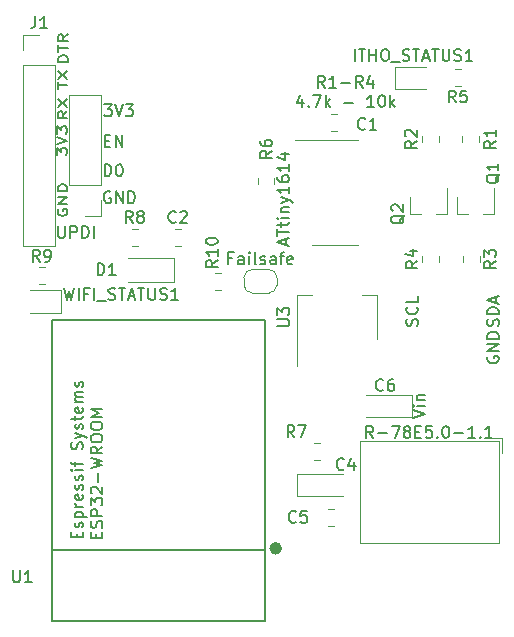
<source format=gto>
G04 #@! TF.GenerationSoftware,KiCad,Pcbnew,(5.1.5-0-10_14)*
G04 #@! TF.CreationDate,2020-12-13T17:31:02+01:00*
G04 #@! TF.ProjectId,ithowifi,6974686f-7769-4666-992e-6b696361645f,rev?*
G04 #@! TF.SameCoordinates,Original*
G04 #@! TF.FileFunction,Legend,Top*
G04 #@! TF.FilePolarity,Positive*
%FSLAX46Y46*%
G04 Gerber Fmt 4.6, Leading zero omitted, Abs format (unit mm)*
G04 Created by KiCad (PCBNEW (5.1.5-0-10_14)) date 2020-12-13 17:31:02*
%MOMM*%
%LPD*%
G04 APERTURE LIST*
%ADD10C,0.150000*%
%ADD11C,0.120000*%
%ADD12C,0.500000*%
G04 APERTURE END LIST*
D10*
X87331600Y-121259504D02*
X87293504Y-121354742D01*
X87293504Y-121497600D01*
X87331600Y-121640457D01*
X87407790Y-121735695D01*
X87483980Y-121783314D01*
X87636361Y-121830933D01*
X87750647Y-121830933D01*
X87903028Y-121783314D01*
X87979219Y-121735695D01*
X88055409Y-121640457D01*
X88093504Y-121497600D01*
X88093504Y-121402361D01*
X88055409Y-121259504D01*
X88017314Y-121211885D01*
X87750647Y-121211885D01*
X87750647Y-121402361D01*
X88093504Y-120783314D02*
X87293504Y-120783314D01*
X88093504Y-120211885D01*
X87293504Y-120211885D01*
X88093504Y-119735695D02*
X87293504Y-119735695D01*
X87293504Y-119497600D01*
X87331600Y-119354742D01*
X87407790Y-119259504D01*
X87483980Y-119211885D01*
X87636361Y-119164266D01*
X87750647Y-119164266D01*
X87903028Y-119211885D01*
X87979219Y-119259504D01*
X88055409Y-119354742D01*
X88093504Y-119497600D01*
X88093504Y-119735695D01*
X87268104Y-116681095D02*
X87268104Y-116062047D01*
X87572866Y-116395380D01*
X87572866Y-116252523D01*
X87610961Y-116157285D01*
X87649057Y-116109666D01*
X87725247Y-116062047D01*
X87915723Y-116062047D01*
X87991914Y-116109666D01*
X88030009Y-116157285D01*
X88068104Y-116252523D01*
X88068104Y-116538238D01*
X88030009Y-116633476D01*
X87991914Y-116681095D01*
X87268104Y-115776333D02*
X88068104Y-115443000D01*
X87268104Y-115109666D01*
X87268104Y-114871571D02*
X87268104Y-114252523D01*
X87572866Y-114585857D01*
X87572866Y-114443000D01*
X87610961Y-114347761D01*
X87649057Y-114300142D01*
X87725247Y-114252523D01*
X87915723Y-114252523D01*
X87991914Y-114300142D01*
X88030009Y-114347761D01*
X88068104Y-114443000D01*
X88068104Y-114728714D01*
X88030009Y-114823952D01*
X87991914Y-114871571D01*
X91744895Y-119794400D02*
X91649657Y-119746780D01*
X91506800Y-119746780D01*
X91363942Y-119794400D01*
X91268704Y-119889638D01*
X91221085Y-119984876D01*
X91173466Y-120175352D01*
X91173466Y-120318209D01*
X91221085Y-120508685D01*
X91268704Y-120603923D01*
X91363942Y-120699161D01*
X91506800Y-120746780D01*
X91602038Y-120746780D01*
X91744895Y-120699161D01*
X91792514Y-120651542D01*
X91792514Y-120318209D01*
X91602038Y-120318209D01*
X92221085Y-120746780D02*
X92221085Y-119746780D01*
X92792514Y-120746780D01*
X92792514Y-119746780D01*
X93268704Y-120746780D02*
X93268704Y-119746780D01*
X93506800Y-119746780D01*
X93649657Y-119794400D01*
X93744895Y-119889638D01*
X93792514Y-119984876D01*
X93840133Y-120175352D01*
X93840133Y-120318209D01*
X93792514Y-120508685D01*
X93744895Y-120603923D01*
X93649657Y-120699161D01*
X93506800Y-120746780D01*
X93268704Y-120746780D01*
X91260704Y-118460780D02*
X91260704Y-117460780D01*
X91498800Y-117460780D01*
X91641657Y-117508400D01*
X91736895Y-117603638D01*
X91784514Y-117698876D01*
X91832133Y-117889352D01*
X91832133Y-118032209D01*
X91784514Y-118222685D01*
X91736895Y-118317923D01*
X91641657Y-118413161D01*
X91498800Y-118460780D01*
X91260704Y-118460780D01*
X92451180Y-117460780D02*
X92546419Y-117460780D01*
X92641657Y-117508400D01*
X92689276Y-117556019D01*
X92736895Y-117651257D01*
X92784514Y-117841733D01*
X92784514Y-118079828D01*
X92736895Y-118270304D01*
X92689276Y-118365542D01*
X92641657Y-118413161D01*
X92546419Y-118460780D01*
X92451180Y-118460780D01*
X92355942Y-118413161D01*
X92308323Y-118365542D01*
X92260704Y-118270304D01*
X92213085Y-118079828D01*
X92213085Y-117841733D01*
X92260704Y-117651257D01*
X92308323Y-117556019D01*
X92355942Y-117508400D01*
X92451180Y-117460780D01*
X91286104Y-115447771D02*
X91619438Y-115447771D01*
X91762295Y-115971580D02*
X91286104Y-115971580D01*
X91286104Y-114971580D01*
X91762295Y-114971580D01*
X92190866Y-115971580D02*
X92190866Y-114971580D01*
X92762295Y-115971580D01*
X92762295Y-114971580D01*
X91243304Y-112380780D02*
X91862352Y-112380780D01*
X91529019Y-112761733D01*
X91671876Y-112761733D01*
X91767114Y-112809352D01*
X91814733Y-112856971D01*
X91862352Y-112952209D01*
X91862352Y-113190304D01*
X91814733Y-113285542D01*
X91767114Y-113333161D01*
X91671876Y-113380780D01*
X91386161Y-113380780D01*
X91290923Y-113333161D01*
X91243304Y-113285542D01*
X92148066Y-112380780D02*
X92481400Y-113380780D01*
X92814733Y-112380780D01*
X93052828Y-112380780D02*
X93671876Y-112380780D01*
X93338542Y-112761733D01*
X93481400Y-112761733D01*
X93576638Y-112809352D01*
X93624257Y-112856971D01*
X93671876Y-112952209D01*
X93671876Y-113190304D01*
X93624257Y-113285542D01*
X93576638Y-113333161D01*
X93481400Y-113380780D01*
X93195685Y-113380780D01*
X93100447Y-113333161D01*
X93052828Y-113285542D01*
X87325390Y-122693180D02*
X87325390Y-123502704D01*
X87373009Y-123597942D01*
X87420628Y-123645561D01*
X87515866Y-123693180D01*
X87706342Y-123693180D01*
X87801580Y-123645561D01*
X87849200Y-123597942D01*
X87896819Y-123502704D01*
X87896819Y-122693180D01*
X88373009Y-123693180D02*
X88373009Y-122693180D01*
X88753961Y-122693180D01*
X88849200Y-122740800D01*
X88896819Y-122788419D01*
X88944438Y-122883657D01*
X88944438Y-123026514D01*
X88896819Y-123121752D01*
X88849200Y-123169371D01*
X88753961Y-123216990D01*
X88373009Y-123216990D01*
X89373009Y-123693180D02*
X89373009Y-122693180D01*
X89611104Y-122693180D01*
X89753961Y-122740800D01*
X89849200Y-122836038D01*
X89896819Y-122931276D01*
X89944438Y-123121752D01*
X89944438Y-123264609D01*
X89896819Y-123455085D01*
X89849200Y-123550323D01*
X89753961Y-123645561D01*
X89611104Y-123693180D01*
X89373009Y-123693180D01*
X90373009Y-123693180D02*
X90373009Y-122693180D01*
X88093504Y-112968066D02*
X87712552Y-113301400D01*
X88093504Y-113539495D02*
X87293504Y-113539495D01*
X87293504Y-113158542D01*
X87331600Y-113063304D01*
X87369695Y-113015685D01*
X87445885Y-112968066D01*
X87560171Y-112968066D01*
X87636361Y-113015685D01*
X87674457Y-113063304D01*
X87712552Y-113158542D01*
X87712552Y-113539495D01*
X87293504Y-112634733D02*
X88093504Y-111968066D01*
X87293504Y-111968066D02*
X88093504Y-112634733D01*
X87318904Y-111048704D02*
X87318904Y-110477276D01*
X88118904Y-110762990D02*
X87318904Y-110762990D01*
X87318904Y-110239180D02*
X88118904Y-109572514D01*
X87318904Y-109572514D02*
X88118904Y-110239180D01*
X88144304Y-108788057D02*
X87344304Y-108788057D01*
X87344304Y-108549961D01*
X87382400Y-108407104D01*
X87458590Y-108311866D01*
X87534780Y-108264247D01*
X87687161Y-108216628D01*
X87801447Y-108216628D01*
X87953828Y-108264247D01*
X88030019Y-108311866D01*
X88106209Y-108407104D01*
X88144304Y-108549961D01*
X88144304Y-108788057D01*
X87344304Y-107930914D02*
X87344304Y-107359485D01*
X88144304Y-107645200D02*
X87344304Y-107645200D01*
X88144304Y-106454723D02*
X87763352Y-106788057D01*
X88144304Y-107026152D02*
X87344304Y-107026152D01*
X87344304Y-106645200D01*
X87382400Y-106549961D01*
X87420495Y-106502342D01*
X87496685Y-106454723D01*
X87610971Y-106454723D01*
X87687161Y-106502342D01*
X87725257Y-106549961D01*
X87763352Y-106645200D01*
X87763352Y-107026152D01*
X109921895Y-110955580D02*
X109588561Y-110479390D01*
X109350466Y-110955580D02*
X109350466Y-109955580D01*
X109731419Y-109955580D01*
X109826657Y-110003200D01*
X109874276Y-110050819D01*
X109921895Y-110146057D01*
X109921895Y-110288914D01*
X109874276Y-110384152D01*
X109826657Y-110431771D01*
X109731419Y-110479390D01*
X109350466Y-110479390D01*
X110874276Y-110955580D02*
X110302847Y-110955580D01*
X110588561Y-110955580D02*
X110588561Y-109955580D01*
X110493323Y-110098438D01*
X110398085Y-110193676D01*
X110302847Y-110241295D01*
X111302847Y-110574628D02*
X112064752Y-110574628D01*
X113112371Y-110955580D02*
X112779038Y-110479390D01*
X112540942Y-110955580D02*
X112540942Y-109955580D01*
X112921895Y-109955580D01*
X113017133Y-110003200D01*
X113064752Y-110050819D01*
X113112371Y-110146057D01*
X113112371Y-110288914D01*
X113064752Y-110384152D01*
X113017133Y-110431771D01*
X112921895Y-110479390D01*
X112540942Y-110479390D01*
X113969514Y-110288914D02*
X113969514Y-110955580D01*
X113731419Y-109907961D02*
X113493323Y-110622247D01*
X114112371Y-110622247D01*
X108017133Y-111938914D02*
X108017133Y-112605580D01*
X107779038Y-111557961D02*
X107540942Y-112272247D01*
X108159990Y-112272247D01*
X108540942Y-112510342D02*
X108588561Y-112557961D01*
X108540942Y-112605580D01*
X108493323Y-112557961D01*
X108540942Y-112510342D01*
X108540942Y-112605580D01*
X108921895Y-111605580D02*
X109588561Y-111605580D01*
X109159990Y-112605580D01*
X109969514Y-112605580D02*
X109969514Y-111605580D01*
X110064752Y-112224628D02*
X110350466Y-112605580D01*
X110350466Y-111938914D02*
X109969514Y-112319866D01*
X111540942Y-112224628D02*
X112302847Y-112224628D01*
X114064752Y-112605580D02*
X113493323Y-112605580D01*
X113779038Y-112605580D02*
X113779038Y-111605580D01*
X113683800Y-111748438D01*
X113588561Y-111843676D01*
X113493323Y-111891295D01*
X114683800Y-111605580D02*
X114779038Y-111605580D01*
X114874276Y-111653200D01*
X114921895Y-111700819D01*
X114969514Y-111796057D01*
X115017133Y-111986533D01*
X115017133Y-112224628D01*
X114969514Y-112415104D01*
X114921895Y-112510342D01*
X114874276Y-112557961D01*
X114779038Y-112605580D01*
X114683800Y-112605580D01*
X114588561Y-112557961D01*
X114540942Y-112510342D01*
X114493323Y-112415104D01*
X114445704Y-112224628D01*
X114445704Y-111986533D01*
X114493323Y-111796057D01*
X114540942Y-111700819D01*
X114588561Y-111653200D01*
X114683800Y-111605580D01*
X115445704Y-112605580D02*
X115445704Y-111605580D01*
X115540942Y-112224628D02*
X115826657Y-112605580D01*
X115826657Y-111938914D02*
X115445704Y-112319866D01*
X117359180Y-138920409D02*
X118359180Y-138587076D01*
X117359180Y-138253742D01*
X118359180Y-137920409D02*
X117692514Y-137920409D01*
X117359180Y-137920409D02*
X117406800Y-137968028D01*
X117454419Y-137920409D01*
X117406800Y-137872790D01*
X117359180Y-137920409D01*
X117454419Y-137920409D01*
X117692514Y-137444219D02*
X118359180Y-137444219D01*
X117787752Y-137444219D02*
X117740133Y-137396600D01*
X117692514Y-137301361D01*
X117692514Y-137158504D01*
X117740133Y-137063266D01*
X117835371Y-137015647D01*
X118359180Y-137015647D01*
X123706000Y-133730904D02*
X123658380Y-133826142D01*
X123658380Y-133969000D01*
X123706000Y-134111857D01*
X123801238Y-134207095D01*
X123896476Y-134254714D01*
X124086952Y-134302333D01*
X124229809Y-134302333D01*
X124420285Y-134254714D01*
X124515523Y-134207095D01*
X124610761Y-134111857D01*
X124658380Y-133969000D01*
X124658380Y-133873761D01*
X124610761Y-133730904D01*
X124563142Y-133683285D01*
X124229809Y-133683285D01*
X124229809Y-133873761D01*
X124658380Y-133254714D02*
X123658380Y-133254714D01*
X124658380Y-132683285D01*
X123658380Y-132683285D01*
X124658380Y-132207095D02*
X123658380Y-132207095D01*
X123658380Y-131969000D01*
X123706000Y-131826142D01*
X123801238Y-131730904D01*
X123896476Y-131683285D01*
X124086952Y-131635666D01*
X124229809Y-131635666D01*
X124420285Y-131683285D01*
X124515523Y-131730904D01*
X124610761Y-131826142D01*
X124658380Y-131969000D01*
X124658380Y-132207095D01*
X117752761Y-131111476D02*
X117800380Y-130968619D01*
X117800380Y-130730523D01*
X117752761Y-130635285D01*
X117705142Y-130587666D01*
X117609904Y-130540047D01*
X117514666Y-130540047D01*
X117419428Y-130587666D01*
X117371809Y-130635285D01*
X117324190Y-130730523D01*
X117276571Y-130921000D01*
X117228952Y-131016238D01*
X117181333Y-131063857D01*
X117086095Y-131111476D01*
X116990857Y-131111476D01*
X116895619Y-131063857D01*
X116848000Y-131016238D01*
X116800380Y-130921000D01*
X116800380Y-130682904D01*
X116848000Y-130540047D01*
X117705142Y-129540047D02*
X117752761Y-129587666D01*
X117800380Y-129730523D01*
X117800380Y-129825761D01*
X117752761Y-129968619D01*
X117657523Y-130063857D01*
X117562285Y-130111476D01*
X117371809Y-130159095D01*
X117228952Y-130159095D01*
X117038476Y-130111476D01*
X116943238Y-130063857D01*
X116848000Y-129968619D01*
X116800380Y-129825761D01*
X116800380Y-129730523D01*
X116848000Y-129587666D01*
X116895619Y-129540047D01*
X117800380Y-128635285D02*
X117800380Y-129111476D01*
X116800380Y-129111476D01*
X124610761Y-131135285D02*
X124658380Y-130992428D01*
X124658380Y-130754333D01*
X124610761Y-130659095D01*
X124563142Y-130611476D01*
X124467904Y-130563857D01*
X124372666Y-130563857D01*
X124277428Y-130611476D01*
X124229809Y-130659095D01*
X124182190Y-130754333D01*
X124134571Y-130944809D01*
X124086952Y-131040047D01*
X124039333Y-131087666D01*
X123944095Y-131135285D01*
X123848857Y-131135285D01*
X123753619Y-131087666D01*
X123706000Y-131040047D01*
X123658380Y-130944809D01*
X123658380Y-130706714D01*
X123706000Y-130563857D01*
X124658380Y-130135285D02*
X123658380Y-130135285D01*
X123658380Y-129897190D01*
X123706000Y-129754333D01*
X123801238Y-129659095D01*
X123896476Y-129611476D01*
X124086952Y-129563857D01*
X124229809Y-129563857D01*
X124420285Y-129611476D01*
X124515523Y-129659095D01*
X124610761Y-129754333D01*
X124658380Y-129897190D01*
X124658380Y-130135285D01*
X124372666Y-129182904D02*
X124372666Y-128706714D01*
X124658380Y-129278142D02*
X123658380Y-128944809D01*
X124658380Y-128611476D01*
D11*
X90941200Y-121827600D02*
X89611200Y-121827600D01*
X90941200Y-120497600D02*
X90941200Y-121827600D01*
X90941200Y-119227600D02*
X88281200Y-119227600D01*
X88281200Y-119227600D02*
X88281200Y-111547600D01*
X90941200Y-119227600D02*
X90941200Y-111547600D01*
X90941200Y-111547600D02*
X88281200Y-111547600D01*
X105155200Y-128355600D02*
X103755200Y-128355600D01*
X103055200Y-127655600D02*
X103055200Y-127055600D01*
X103755200Y-126355600D02*
X105155200Y-126355600D01*
X105855200Y-127055600D02*
X105855200Y-127655600D01*
X105855200Y-127655600D02*
G75*
G02X105155200Y-128355600I-700000J0D01*
G01*
X105155200Y-126355600D02*
G75*
G02X105855200Y-127055600I0J-700000D01*
G01*
X103055200Y-127055600D02*
G75*
G02X103755200Y-126355600I700000J0D01*
G01*
X103755200Y-128355600D02*
G75*
G02X103055200Y-127655600I0J700000D01*
G01*
X100607122Y-128065600D02*
X101124278Y-128065600D01*
X100607122Y-126645600D02*
X101124278Y-126645600D01*
X117318200Y-136961600D02*
X113408200Y-136961600D01*
X117318200Y-138831600D02*
X117318200Y-136961600D01*
X113408200Y-138831600D02*
X117318200Y-138831600D01*
X107570400Y-145511800D02*
X111480400Y-145511800D01*
X107570400Y-143641800D02*
X107570400Y-145511800D01*
X111480400Y-143641800D02*
X107570400Y-143641800D01*
X87610900Y-128122800D02*
X84925900Y-128122800D01*
X87610900Y-130042800D02*
X87610900Y-128122800D01*
X84925900Y-130042800D02*
X87610900Y-130042800D01*
X86184478Y-126137600D02*
X85667322Y-126137600D01*
X86184478Y-127557600D02*
X85667322Y-127557600D01*
X107537200Y-134503600D02*
X107537200Y-128493600D01*
X114357200Y-132253600D02*
X114357200Y-128493600D01*
X107537200Y-128493600D02*
X108797200Y-128493600D01*
X114357200Y-128493600D02*
X113097200Y-128493600D01*
D12*
X106028981Y-149973200D02*
G75*
G03X106028981Y-149973200I-283981J0D01*
G01*
D10*
X86839000Y-150119200D02*
X104839000Y-150119200D01*
X104839000Y-156119200D02*
X104839000Y-130619200D01*
X86839000Y-156119200D02*
X86839000Y-130619200D01*
X86839000Y-130619200D02*
X104839000Y-130619200D01*
X86839000Y-156119200D02*
X104839000Y-156119200D01*
D11*
X93541322Y-124331800D02*
X94058478Y-124331800D01*
X93541322Y-122911800D02*
X94058478Y-122911800D01*
X109012222Y-142467400D02*
X109529378Y-142467400D01*
X109012222Y-141047400D02*
X109529378Y-141047400D01*
X84395000Y-106467600D02*
X85725000Y-106467600D01*
X84395000Y-107797600D02*
X84395000Y-106467600D01*
X84395000Y-109067600D02*
X87055000Y-109067600D01*
X87055000Y-109067600D02*
X87055000Y-124367600D01*
X84395000Y-109067600D02*
X84395000Y-124367600D01*
X84395000Y-124367600D02*
X87055000Y-124367600D01*
X97120000Y-127415800D02*
X93220000Y-127415800D01*
X97120000Y-125415800D02*
X93220000Y-125415800D01*
X97120000Y-127415800D02*
X97120000Y-125415800D01*
X110178322Y-148080800D02*
X110695478Y-148080800D01*
X110178322Y-146660800D02*
X110695478Y-146660800D01*
X97716078Y-122911800D02*
X97198922Y-122911800D01*
X97716078Y-124331800D02*
X97198922Y-124331800D01*
X115815400Y-111119800D02*
X118500400Y-111119800D01*
X115815400Y-109199800D02*
X115815400Y-111119800D01*
X118500400Y-109199800D02*
X115815400Y-109199800D01*
X104217400Y-119153678D02*
X104217400Y-118636522D01*
X105637400Y-119153678D02*
X105637400Y-118636522D01*
X121416578Y-109399000D02*
X120899422Y-109399000D01*
X121416578Y-110819000D02*
X120899422Y-110819000D01*
X118162000Y-125217422D02*
X118162000Y-125734578D01*
X119582000Y-125217422D02*
X119582000Y-125734578D01*
X121591000Y-125217422D02*
X121591000Y-125734578D01*
X123011000Y-125217422D02*
X123011000Y-125734578D01*
X119582000Y-115571578D02*
X119582000Y-115054422D01*
X118162000Y-115571578D02*
X118162000Y-115054422D01*
X121565600Y-115054422D02*
X121565600Y-115571578D01*
X122985600Y-115054422D02*
X122985600Y-115571578D01*
X110462322Y-113234400D02*
X110979478Y-113234400D01*
X110462322Y-114654400D02*
X110979478Y-114654400D01*
X117104000Y-121664000D02*
X117104000Y-120204000D01*
X120264000Y-121664000D02*
X120264000Y-119504000D01*
X120264000Y-121664000D02*
X119334000Y-121664000D01*
X117104000Y-121664000D02*
X118034000Y-121664000D01*
X121102000Y-121664000D02*
X121102000Y-120204000D01*
X124262000Y-121664000D02*
X124262000Y-119504000D01*
X124262000Y-121664000D02*
X123332000Y-121664000D01*
X121102000Y-121664000D02*
X122032000Y-121664000D01*
X110809000Y-124297600D02*
X112759000Y-124297600D01*
X110809000Y-124297600D02*
X108859000Y-124297600D01*
X110809000Y-115427600D02*
X112759000Y-115427600D01*
X110809000Y-115427600D02*
X107359000Y-115427600D01*
X124870600Y-140651200D02*
X123630600Y-140651200D01*
X124870600Y-141891200D02*
X124870600Y-140651200D01*
X112909600Y-149511200D02*
X112909600Y-140891200D01*
X124630600Y-149511200D02*
X124630600Y-140891200D01*
X124630600Y-140891200D02*
X112909600Y-140891200D01*
X124630600Y-149511200D02*
X112909600Y-149511200D01*
D10*
X102074247Y-125384171D02*
X101740914Y-125384171D01*
X101740914Y-125907980D02*
X101740914Y-124907980D01*
X102217104Y-124907980D01*
X103026628Y-125907980D02*
X103026628Y-125384171D01*
X102979009Y-125288933D01*
X102883771Y-125241314D01*
X102693295Y-125241314D01*
X102598057Y-125288933D01*
X103026628Y-125860361D02*
X102931390Y-125907980D01*
X102693295Y-125907980D01*
X102598057Y-125860361D01*
X102550438Y-125765123D01*
X102550438Y-125669885D01*
X102598057Y-125574647D01*
X102693295Y-125527028D01*
X102931390Y-125527028D01*
X103026628Y-125479409D01*
X103502819Y-125907980D02*
X103502819Y-125241314D01*
X103502819Y-124907980D02*
X103455200Y-124955600D01*
X103502819Y-125003219D01*
X103550438Y-124955600D01*
X103502819Y-124907980D01*
X103502819Y-125003219D01*
X104121866Y-125907980D02*
X104026628Y-125860361D01*
X103979009Y-125765123D01*
X103979009Y-124907980D01*
X104455200Y-125860361D02*
X104550438Y-125907980D01*
X104740914Y-125907980D01*
X104836152Y-125860361D01*
X104883771Y-125765123D01*
X104883771Y-125717504D01*
X104836152Y-125622266D01*
X104740914Y-125574647D01*
X104598057Y-125574647D01*
X104502819Y-125527028D01*
X104455200Y-125431790D01*
X104455200Y-125384171D01*
X104502819Y-125288933D01*
X104598057Y-125241314D01*
X104740914Y-125241314D01*
X104836152Y-125288933D01*
X105740914Y-125907980D02*
X105740914Y-125384171D01*
X105693295Y-125288933D01*
X105598057Y-125241314D01*
X105407580Y-125241314D01*
X105312342Y-125288933D01*
X105740914Y-125860361D02*
X105645676Y-125907980D01*
X105407580Y-125907980D01*
X105312342Y-125860361D01*
X105264723Y-125765123D01*
X105264723Y-125669885D01*
X105312342Y-125574647D01*
X105407580Y-125527028D01*
X105645676Y-125527028D01*
X105740914Y-125479409D01*
X106074247Y-125241314D02*
X106455200Y-125241314D01*
X106217104Y-125907980D02*
X106217104Y-125050838D01*
X106264723Y-124955600D01*
X106359961Y-124907980D01*
X106455200Y-124907980D01*
X107169485Y-125860361D02*
X107074247Y-125907980D01*
X106883771Y-125907980D01*
X106788533Y-125860361D01*
X106740914Y-125765123D01*
X106740914Y-125384171D01*
X106788533Y-125288933D01*
X106883771Y-125241314D01*
X107074247Y-125241314D01*
X107169485Y-125288933D01*
X107217104Y-125384171D01*
X107217104Y-125479409D01*
X106740914Y-125574647D01*
X100833180Y-125585457D02*
X100356990Y-125918790D01*
X100833180Y-126156885D02*
X99833180Y-126156885D01*
X99833180Y-125775933D01*
X99880800Y-125680695D01*
X99928419Y-125633076D01*
X100023657Y-125585457D01*
X100166514Y-125585457D01*
X100261752Y-125633076D01*
X100309371Y-125680695D01*
X100356990Y-125775933D01*
X100356990Y-126156885D01*
X100833180Y-124633076D02*
X100833180Y-125204504D01*
X100833180Y-124918790D02*
X99833180Y-124918790D01*
X99976038Y-125014028D01*
X100071276Y-125109266D01*
X100118895Y-125204504D01*
X99833180Y-124014028D02*
X99833180Y-123918790D01*
X99880800Y-123823552D01*
X99928419Y-123775933D01*
X100023657Y-123728314D01*
X100214133Y-123680695D01*
X100452228Y-123680695D01*
X100642704Y-123728314D01*
X100737942Y-123775933D01*
X100785561Y-123823552D01*
X100833180Y-123918790D01*
X100833180Y-124014028D01*
X100785561Y-124109266D01*
X100737942Y-124156885D01*
X100642704Y-124204504D01*
X100452228Y-124252123D01*
X100214133Y-124252123D01*
X100023657Y-124204504D01*
X99928419Y-124156885D01*
X99880800Y-124109266D01*
X99833180Y-124014028D01*
X114841533Y-136551942D02*
X114793914Y-136599561D01*
X114651057Y-136647180D01*
X114555819Y-136647180D01*
X114412961Y-136599561D01*
X114317723Y-136504323D01*
X114270104Y-136409085D01*
X114222485Y-136218609D01*
X114222485Y-136075752D01*
X114270104Y-135885276D01*
X114317723Y-135790038D01*
X114412961Y-135694800D01*
X114555819Y-135647180D01*
X114651057Y-135647180D01*
X114793914Y-135694800D01*
X114841533Y-135742419D01*
X115698676Y-135647180D02*
X115508200Y-135647180D01*
X115412961Y-135694800D01*
X115365342Y-135742419D01*
X115270104Y-135885276D01*
X115222485Y-136075752D01*
X115222485Y-136456704D01*
X115270104Y-136551942D01*
X115317723Y-136599561D01*
X115412961Y-136647180D01*
X115603438Y-136647180D01*
X115698676Y-136599561D01*
X115746295Y-136551942D01*
X115793914Y-136456704D01*
X115793914Y-136218609D01*
X115746295Y-136123371D01*
X115698676Y-136075752D01*
X115603438Y-136028133D01*
X115412961Y-136028133D01*
X115317723Y-136075752D01*
X115270104Y-136123371D01*
X115222485Y-136218609D01*
X111517133Y-143257542D02*
X111469514Y-143305161D01*
X111326657Y-143352780D01*
X111231419Y-143352780D01*
X111088561Y-143305161D01*
X110993323Y-143209923D01*
X110945704Y-143114685D01*
X110898085Y-142924209D01*
X110898085Y-142781352D01*
X110945704Y-142590876D01*
X110993323Y-142495638D01*
X111088561Y-142400400D01*
X111231419Y-142352780D01*
X111326657Y-142352780D01*
X111469514Y-142400400D01*
X111517133Y-142448019D01*
X112374276Y-142686114D02*
X112374276Y-143352780D01*
X112136180Y-142305161D02*
X111898085Y-143019447D01*
X112517133Y-143019447D01*
X87827457Y-127925580D02*
X88065552Y-128925580D01*
X88256028Y-128211295D01*
X88446504Y-128925580D01*
X88684600Y-127925580D01*
X89065552Y-128925580D02*
X89065552Y-127925580D01*
X89875076Y-128401771D02*
X89541742Y-128401771D01*
X89541742Y-128925580D02*
X89541742Y-127925580D01*
X90017933Y-127925580D01*
X90398885Y-128925580D02*
X90398885Y-127925580D01*
X90636980Y-129020819D02*
X91398885Y-129020819D01*
X91589361Y-128877961D02*
X91732219Y-128925580D01*
X91970314Y-128925580D01*
X92065552Y-128877961D01*
X92113171Y-128830342D01*
X92160790Y-128735104D01*
X92160790Y-128639866D01*
X92113171Y-128544628D01*
X92065552Y-128497009D01*
X91970314Y-128449390D01*
X91779838Y-128401771D01*
X91684600Y-128354152D01*
X91636980Y-128306533D01*
X91589361Y-128211295D01*
X91589361Y-128116057D01*
X91636980Y-128020819D01*
X91684600Y-127973200D01*
X91779838Y-127925580D01*
X92017933Y-127925580D01*
X92160790Y-127973200D01*
X92446504Y-127925580D02*
X93017933Y-127925580D01*
X92732219Y-128925580D02*
X92732219Y-127925580D01*
X93303647Y-128639866D02*
X93779838Y-128639866D01*
X93208409Y-128925580D02*
X93541742Y-127925580D01*
X93875076Y-128925580D01*
X94065552Y-127925580D02*
X94636980Y-127925580D01*
X94351266Y-128925580D02*
X94351266Y-127925580D01*
X94970314Y-127925580D02*
X94970314Y-128735104D01*
X95017933Y-128830342D01*
X95065552Y-128877961D01*
X95160790Y-128925580D01*
X95351266Y-128925580D01*
X95446504Y-128877961D01*
X95494123Y-128830342D01*
X95541742Y-128735104D01*
X95541742Y-127925580D01*
X95970314Y-128877961D02*
X96113171Y-128925580D01*
X96351266Y-128925580D01*
X96446504Y-128877961D01*
X96494123Y-128830342D01*
X96541742Y-128735104D01*
X96541742Y-128639866D01*
X96494123Y-128544628D01*
X96446504Y-128497009D01*
X96351266Y-128449390D01*
X96160790Y-128401771D01*
X96065552Y-128354152D01*
X96017933Y-128306533D01*
X95970314Y-128211295D01*
X95970314Y-128116057D01*
X96017933Y-128020819D01*
X96065552Y-127973200D01*
X96160790Y-127925580D01*
X96398885Y-127925580D01*
X96541742Y-127973200D01*
X97494123Y-128925580D02*
X96922695Y-128925580D01*
X97208409Y-128925580D02*
X97208409Y-127925580D01*
X97113171Y-128068438D01*
X97017933Y-128163676D01*
X96922695Y-128211295D01*
X85759233Y-125699780D02*
X85425900Y-125223590D01*
X85187804Y-125699780D02*
X85187804Y-124699780D01*
X85568757Y-124699780D01*
X85663995Y-124747400D01*
X85711614Y-124795019D01*
X85759233Y-124890257D01*
X85759233Y-125033114D01*
X85711614Y-125128352D01*
X85663995Y-125175971D01*
X85568757Y-125223590D01*
X85187804Y-125223590D01*
X86235423Y-125699780D02*
X86425900Y-125699780D01*
X86521138Y-125652161D01*
X86568757Y-125604542D01*
X86663995Y-125461685D01*
X86711614Y-125271209D01*
X86711614Y-124890257D01*
X86663995Y-124795019D01*
X86616376Y-124747400D01*
X86521138Y-124699780D01*
X86330661Y-124699780D01*
X86235423Y-124747400D01*
X86187804Y-124795019D01*
X86140185Y-124890257D01*
X86140185Y-125128352D01*
X86187804Y-125223590D01*
X86235423Y-125271209D01*
X86330661Y-125318828D01*
X86521138Y-125318828D01*
X86616376Y-125271209D01*
X86663995Y-125223590D01*
X86711614Y-125128352D01*
X105899580Y-131165504D02*
X106709104Y-131165504D01*
X106804342Y-131117885D01*
X106851961Y-131070266D01*
X106899580Y-130975028D01*
X106899580Y-130784552D01*
X106851961Y-130689314D01*
X106804342Y-130641695D01*
X106709104Y-130594076D01*
X105899580Y-130594076D01*
X105899580Y-130213123D02*
X105899580Y-129594076D01*
X106280533Y-129927409D01*
X106280533Y-129784552D01*
X106328152Y-129689314D01*
X106375771Y-129641695D01*
X106471009Y-129594076D01*
X106709104Y-129594076D01*
X106804342Y-129641695D01*
X106851961Y-129689314D01*
X106899580Y-129784552D01*
X106899580Y-130070266D01*
X106851961Y-130165504D01*
X106804342Y-130213123D01*
X83520095Y-151838580D02*
X83520095Y-152648104D01*
X83567714Y-152743342D01*
X83615333Y-152790961D01*
X83710571Y-152838580D01*
X83901047Y-152838580D01*
X83996285Y-152790961D01*
X84043904Y-152743342D01*
X84091523Y-152648104D01*
X84091523Y-151838580D01*
X85091523Y-152838580D02*
X84520095Y-152838580D01*
X84805809Y-152838580D02*
X84805809Y-151838580D01*
X84710571Y-151981438D01*
X84615333Y-152076676D01*
X84520095Y-152124295D01*
X88909571Y-149051628D02*
X88909571Y-148718295D01*
X89433380Y-148575438D02*
X89433380Y-149051628D01*
X88433380Y-149051628D01*
X88433380Y-148575438D01*
X89385761Y-148194485D02*
X89433380Y-148099247D01*
X89433380Y-147908771D01*
X89385761Y-147813533D01*
X89290523Y-147765914D01*
X89242904Y-147765914D01*
X89147666Y-147813533D01*
X89100047Y-147908771D01*
X89100047Y-148051628D01*
X89052428Y-148146866D01*
X88957190Y-148194485D01*
X88909571Y-148194485D01*
X88814333Y-148146866D01*
X88766714Y-148051628D01*
X88766714Y-147908771D01*
X88814333Y-147813533D01*
X88766714Y-147337342D02*
X89766714Y-147337342D01*
X88814333Y-147337342D02*
X88766714Y-147242104D01*
X88766714Y-147051628D01*
X88814333Y-146956390D01*
X88861952Y-146908771D01*
X88957190Y-146861152D01*
X89242904Y-146861152D01*
X89338142Y-146908771D01*
X89385761Y-146956390D01*
X89433380Y-147051628D01*
X89433380Y-147242104D01*
X89385761Y-147337342D01*
X89433380Y-146432580D02*
X88766714Y-146432580D01*
X88957190Y-146432580D02*
X88861952Y-146384961D01*
X88814333Y-146337342D01*
X88766714Y-146242104D01*
X88766714Y-146146866D01*
X89385761Y-145432580D02*
X89433380Y-145527819D01*
X89433380Y-145718295D01*
X89385761Y-145813533D01*
X89290523Y-145861152D01*
X88909571Y-145861152D01*
X88814333Y-145813533D01*
X88766714Y-145718295D01*
X88766714Y-145527819D01*
X88814333Y-145432580D01*
X88909571Y-145384961D01*
X89004809Y-145384961D01*
X89100047Y-145861152D01*
X89385761Y-145004009D02*
X89433380Y-144908771D01*
X89433380Y-144718295D01*
X89385761Y-144623057D01*
X89290523Y-144575438D01*
X89242904Y-144575438D01*
X89147666Y-144623057D01*
X89100047Y-144718295D01*
X89100047Y-144861152D01*
X89052428Y-144956390D01*
X88957190Y-145004009D01*
X88909571Y-145004009D01*
X88814333Y-144956390D01*
X88766714Y-144861152D01*
X88766714Y-144718295D01*
X88814333Y-144623057D01*
X89385761Y-144194485D02*
X89433380Y-144099247D01*
X89433380Y-143908771D01*
X89385761Y-143813533D01*
X89290523Y-143765914D01*
X89242904Y-143765914D01*
X89147666Y-143813533D01*
X89100047Y-143908771D01*
X89100047Y-144051628D01*
X89052428Y-144146866D01*
X88957190Y-144194485D01*
X88909571Y-144194485D01*
X88814333Y-144146866D01*
X88766714Y-144051628D01*
X88766714Y-143908771D01*
X88814333Y-143813533D01*
X89433380Y-143337342D02*
X88766714Y-143337342D01*
X88433380Y-143337342D02*
X88481000Y-143384961D01*
X88528619Y-143337342D01*
X88481000Y-143289723D01*
X88433380Y-143337342D01*
X88528619Y-143337342D01*
X88766714Y-143004009D02*
X88766714Y-142623057D01*
X89433380Y-142861152D02*
X88576238Y-142861152D01*
X88481000Y-142813533D01*
X88433380Y-142718295D01*
X88433380Y-142623057D01*
X89385761Y-141575438D02*
X89433380Y-141432580D01*
X89433380Y-141194485D01*
X89385761Y-141099247D01*
X89338142Y-141051628D01*
X89242904Y-141004009D01*
X89147666Y-141004009D01*
X89052428Y-141051628D01*
X89004809Y-141099247D01*
X88957190Y-141194485D01*
X88909571Y-141384961D01*
X88861952Y-141480200D01*
X88814333Y-141527819D01*
X88719095Y-141575438D01*
X88623857Y-141575438D01*
X88528619Y-141527819D01*
X88481000Y-141480200D01*
X88433380Y-141384961D01*
X88433380Y-141146866D01*
X88481000Y-141004009D01*
X88766714Y-140670676D02*
X89433380Y-140432580D01*
X88766714Y-140194485D02*
X89433380Y-140432580D01*
X89671476Y-140527819D01*
X89719095Y-140575438D01*
X89766714Y-140670676D01*
X89385761Y-139861152D02*
X89433380Y-139765914D01*
X89433380Y-139575438D01*
X89385761Y-139480200D01*
X89290523Y-139432580D01*
X89242904Y-139432580D01*
X89147666Y-139480200D01*
X89100047Y-139575438D01*
X89100047Y-139718295D01*
X89052428Y-139813533D01*
X88957190Y-139861152D01*
X88909571Y-139861152D01*
X88814333Y-139813533D01*
X88766714Y-139718295D01*
X88766714Y-139575438D01*
X88814333Y-139480200D01*
X88766714Y-139146866D02*
X88766714Y-138765914D01*
X88433380Y-139004009D02*
X89290523Y-139004009D01*
X89385761Y-138956390D01*
X89433380Y-138861152D01*
X89433380Y-138765914D01*
X89385761Y-138051628D02*
X89433380Y-138146866D01*
X89433380Y-138337342D01*
X89385761Y-138432580D01*
X89290523Y-138480200D01*
X88909571Y-138480200D01*
X88814333Y-138432580D01*
X88766714Y-138337342D01*
X88766714Y-138146866D01*
X88814333Y-138051628D01*
X88909571Y-138004009D01*
X89004809Y-138004009D01*
X89100047Y-138480200D01*
X89433380Y-137575438D02*
X88766714Y-137575438D01*
X88861952Y-137575438D02*
X88814333Y-137527819D01*
X88766714Y-137432580D01*
X88766714Y-137289723D01*
X88814333Y-137194485D01*
X88909571Y-137146866D01*
X89433380Y-137146866D01*
X88909571Y-137146866D02*
X88814333Y-137099247D01*
X88766714Y-137004009D01*
X88766714Y-136861152D01*
X88814333Y-136765914D01*
X88909571Y-136718295D01*
X89433380Y-136718295D01*
X89385761Y-136289723D02*
X89433380Y-136194485D01*
X89433380Y-136004009D01*
X89385761Y-135908771D01*
X89290523Y-135861152D01*
X89242904Y-135861152D01*
X89147666Y-135908771D01*
X89100047Y-136004009D01*
X89100047Y-136146866D01*
X89052428Y-136242104D01*
X88957190Y-136289723D01*
X88909571Y-136289723D01*
X88814333Y-136242104D01*
X88766714Y-136146866D01*
X88766714Y-136004009D01*
X88814333Y-135908771D01*
X90560571Y-149075580D02*
X90560571Y-148742247D01*
X91084380Y-148599390D02*
X91084380Y-149075580D01*
X90084380Y-149075580D01*
X90084380Y-148599390D01*
X91036761Y-148218438D02*
X91084380Y-148075580D01*
X91084380Y-147837485D01*
X91036761Y-147742247D01*
X90989142Y-147694628D01*
X90893904Y-147647009D01*
X90798666Y-147647009D01*
X90703428Y-147694628D01*
X90655809Y-147742247D01*
X90608190Y-147837485D01*
X90560571Y-148027961D01*
X90512952Y-148123200D01*
X90465333Y-148170819D01*
X90370095Y-148218438D01*
X90274857Y-148218438D01*
X90179619Y-148170819D01*
X90132000Y-148123200D01*
X90084380Y-148027961D01*
X90084380Y-147789866D01*
X90132000Y-147647009D01*
X91084380Y-147218438D02*
X90084380Y-147218438D01*
X90084380Y-146837485D01*
X90132000Y-146742247D01*
X90179619Y-146694628D01*
X90274857Y-146647009D01*
X90417714Y-146647009D01*
X90512952Y-146694628D01*
X90560571Y-146742247D01*
X90608190Y-146837485D01*
X90608190Y-147218438D01*
X90084380Y-146313676D02*
X90084380Y-145694628D01*
X90465333Y-146027961D01*
X90465333Y-145885104D01*
X90512952Y-145789866D01*
X90560571Y-145742247D01*
X90655809Y-145694628D01*
X90893904Y-145694628D01*
X90989142Y-145742247D01*
X91036761Y-145789866D01*
X91084380Y-145885104D01*
X91084380Y-146170819D01*
X91036761Y-146266057D01*
X90989142Y-146313676D01*
X90179619Y-145313676D02*
X90132000Y-145266057D01*
X90084380Y-145170819D01*
X90084380Y-144932723D01*
X90132000Y-144837485D01*
X90179619Y-144789866D01*
X90274857Y-144742247D01*
X90370095Y-144742247D01*
X90512952Y-144789866D01*
X91084380Y-145361295D01*
X91084380Y-144742247D01*
X90703428Y-144313676D02*
X90703428Y-143551771D01*
X90084380Y-143170819D02*
X91084380Y-142932723D01*
X90370095Y-142742247D01*
X91084380Y-142551771D01*
X90084380Y-142313676D01*
X91084380Y-141361295D02*
X90608190Y-141694628D01*
X91084380Y-141932723D02*
X90084380Y-141932723D01*
X90084380Y-141551771D01*
X90132000Y-141456533D01*
X90179619Y-141408914D01*
X90274857Y-141361295D01*
X90417714Y-141361295D01*
X90512952Y-141408914D01*
X90560571Y-141456533D01*
X90608190Y-141551771D01*
X90608190Y-141932723D01*
X90084380Y-140742247D02*
X90084380Y-140551771D01*
X90132000Y-140456533D01*
X90227238Y-140361295D01*
X90417714Y-140313676D01*
X90751047Y-140313676D01*
X90941523Y-140361295D01*
X91036761Y-140456533D01*
X91084380Y-140551771D01*
X91084380Y-140742247D01*
X91036761Y-140837485D01*
X90941523Y-140932723D01*
X90751047Y-140980342D01*
X90417714Y-140980342D01*
X90227238Y-140932723D01*
X90132000Y-140837485D01*
X90084380Y-140742247D01*
X90084380Y-139694628D02*
X90084380Y-139504152D01*
X90132000Y-139408914D01*
X90227238Y-139313676D01*
X90417714Y-139266057D01*
X90751047Y-139266057D01*
X90941523Y-139313676D01*
X91036761Y-139408914D01*
X91084380Y-139504152D01*
X91084380Y-139694628D01*
X91036761Y-139789866D01*
X90941523Y-139885104D01*
X90751047Y-139932723D01*
X90417714Y-139932723D01*
X90227238Y-139885104D01*
X90132000Y-139789866D01*
X90084380Y-139694628D01*
X91084380Y-138837485D02*
X90084380Y-138837485D01*
X90798666Y-138504152D01*
X90084380Y-138170819D01*
X91084380Y-138170819D01*
X93633233Y-122424180D02*
X93299900Y-121947990D01*
X93061804Y-122424180D02*
X93061804Y-121424180D01*
X93442757Y-121424180D01*
X93537995Y-121471800D01*
X93585614Y-121519419D01*
X93633233Y-121614657D01*
X93633233Y-121757514D01*
X93585614Y-121852752D01*
X93537995Y-121900371D01*
X93442757Y-121947990D01*
X93061804Y-121947990D01*
X94204661Y-121852752D02*
X94109423Y-121805133D01*
X94061804Y-121757514D01*
X94014185Y-121662276D01*
X94014185Y-121614657D01*
X94061804Y-121519419D01*
X94109423Y-121471800D01*
X94204661Y-121424180D01*
X94395138Y-121424180D01*
X94490376Y-121471800D01*
X94537995Y-121519419D01*
X94585614Y-121614657D01*
X94585614Y-121662276D01*
X94537995Y-121757514D01*
X94490376Y-121805133D01*
X94395138Y-121852752D01*
X94204661Y-121852752D01*
X94109423Y-121900371D01*
X94061804Y-121947990D01*
X94014185Y-122043228D01*
X94014185Y-122233704D01*
X94061804Y-122328942D01*
X94109423Y-122376561D01*
X94204661Y-122424180D01*
X94395138Y-122424180D01*
X94490376Y-122376561D01*
X94537995Y-122328942D01*
X94585614Y-122233704D01*
X94585614Y-122043228D01*
X94537995Y-121947990D01*
X94490376Y-121900371D01*
X94395138Y-121852752D01*
X107326133Y-140558780D02*
X106992800Y-140082590D01*
X106754704Y-140558780D02*
X106754704Y-139558780D01*
X107135657Y-139558780D01*
X107230895Y-139606400D01*
X107278514Y-139654019D01*
X107326133Y-139749257D01*
X107326133Y-139892114D01*
X107278514Y-139987352D01*
X107230895Y-140034971D01*
X107135657Y-140082590D01*
X106754704Y-140082590D01*
X107659466Y-139558780D02*
X108326133Y-139558780D01*
X107897561Y-140558780D01*
X85391666Y-104919980D02*
X85391666Y-105634266D01*
X85344047Y-105777123D01*
X85248809Y-105872361D01*
X85105952Y-105919980D01*
X85010714Y-105919980D01*
X86391666Y-105919980D02*
X85820238Y-105919980D01*
X86105952Y-105919980D02*
X86105952Y-104919980D01*
X86010714Y-105062838D01*
X85915476Y-105158076D01*
X85820238Y-105205695D01*
X90676504Y-126842780D02*
X90676504Y-125842780D01*
X90914600Y-125842780D01*
X91057457Y-125890400D01*
X91152695Y-125985638D01*
X91200314Y-126080876D01*
X91247933Y-126271352D01*
X91247933Y-126414209D01*
X91200314Y-126604685D01*
X91152695Y-126699923D01*
X91057457Y-126795161D01*
X90914600Y-126842780D01*
X90676504Y-126842780D01*
X92200314Y-126842780D02*
X91628885Y-126842780D01*
X91914600Y-126842780D02*
X91914600Y-125842780D01*
X91819361Y-125985638D01*
X91724123Y-126080876D01*
X91628885Y-126128495D01*
X107453133Y-147702542D02*
X107405514Y-147750161D01*
X107262657Y-147797780D01*
X107167419Y-147797780D01*
X107024561Y-147750161D01*
X106929323Y-147654923D01*
X106881704Y-147559685D01*
X106834085Y-147369209D01*
X106834085Y-147226352D01*
X106881704Y-147035876D01*
X106929323Y-146940638D01*
X107024561Y-146845400D01*
X107167419Y-146797780D01*
X107262657Y-146797780D01*
X107405514Y-146845400D01*
X107453133Y-146893019D01*
X108357895Y-146797780D02*
X107881704Y-146797780D01*
X107834085Y-147273971D01*
X107881704Y-147226352D01*
X107976942Y-147178733D01*
X108215038Y-147178733D01*
X108310276Y-147226352D01*
X108357895Y-147273971D01*
X108405514Y-147369209D01*
X108405514Y-147607304D01*
X108357895Y-147702542D01*
X108310276Y-147750161D01*
X108215038Y-147797780D01*
X107976942Y-147797780D01*
X107881704Y-147750161D01*
X107834085Y-147702542D01*
X97290833Y-122327942D02*
X97243214Y-122375561D01*
X97100357Y-122423180D01*
X97005119Y-122423180D01*
X96862261Y-122375561D01*
X96767023Y-122280323D01*
X96719404Y-122185085D01*
X96671785Y-121994609D01*
X96671785Y-121851752D01*
X96719404Y-121661276D01*
X96767023Y-121566038D01*
X96862261Y-121470800D01*
X97005119Y-121423180D01*
X97100357Y-121423180D01*
X97243214Y-121470800D01*
X97290833Y-121518419D01*
X97671785Y-121518419D02*
X97719404Y-121470800D01*
X97814642Y-121423180D01*
X98052738Y-121423180D01*
X98147976Y-121470800D01*
X98195595Y-121518419D01*
X98243214Y-121613657D01*
X98243214Y-121708895D01*
X98195595Y-121851752D01*
X97624166Y-122423180D01*
X98243214Y-122423180D01*
X112446419Y-108707180D02*
X112446419Y-107707180D01*
X112779752Y-107707180D02*
X113351180Y-107707180D01*
X113065466Y-108707180D02*
X113065466Y-107707180D01*
X113684514Y-108707180D02*
X113684514Y-107707180D01*
X113684514Y-108183371D02*
X114255942Y-108183371D01*
X114255942Y-108707180D02*
X114255942Y-107707180D01*
X114922609Y-107707180D02*
X115113085Y-107707180D01*
X115208323Y-107754800D01*
X115303561Y-107850038D01*
X115351180Y-108040514D01*
X115351180Y-108373847D01*
X115303561Y-108564323D01*
X115208323Y-108659561D01*
X115113085Y-108707180D01*
X114922609Y-108707180D01*
X114827371Y-108659561D01*
X114732133Y-108564323D01*
X114684514Y-108373847D01*
X114684514Y-108040514D01*
X114732133Y-107850038D01*
X114827371Y-107754800D01*
X114922609Y-107707180D01*
X115541657Y-108802419D02*
X116303561Y-108802419D01*
X116494038Y-108659561D02*
X116636895Y-108707180D01*
X116874990Y-108707180D01*
X116970228Y-108659561D01*
X117017847Y-108611942D01*
X117065466Y-108516704D01*
X117065466Y-108421466D01*
X117017847Y-108326228D01*
X116970228Y-108278609D01*
X116874990Y-108230990D01*
X116684514Y-108183371D01*
X116589276Y-108135752D01*
X116541657Y-108088133D01*
X116494038Y-107992895D01*
X116494038Y-107897657D01*
X116541657Y-107802419D01*
X116589276Y-107754800D01*
X116684514Y-107707180D01*
X116922609Y-107707180D01*
X117065466Y-107754800D01*
X117351180Y-107707180D02*
X117922609Y-107707180D01*
X117636895Y-108707180D02*
X117636895Y-107707180D01*
X118208323Y-108421466D02*
X118684514Y-108421466D01*
X118113085Y-108707180D02*
X118446419Y-107707180D01*
X118779752Y-108707180D01*
X118970228Y-107707180D02*
X119541657Y-107707180D01*
X119255942Y-108707180D02*
X119255942Y-107707180D01*
X119874990Y-107707180D02*
X119874990Y-108516704D01*
X119922609Y-108611942D01*
X119970228Y-108659561D01*
X120065466Y-108707180D01*
X120255942Y-108707180D01*
X120351180Y-108659561D01*
X120398800Y-108611942D01*
X120446419Y-108516704D01*
X120446419Y-107707180D01*
X120874990Y-108659561D02*
X121017847Y-108707180D01*
X121255942Y-108707180D01*
X121351180Y-108659561D01*
X121398800Y-108611942D01*
X121446419Y-108516704D01*
X121446419Y-108421466D01*
X121398800Y-108326228D01*
X121351180Y-108278609D01*
X121255942Y-108230990D01*
X121065466Y-108183371D01*
X120970228Y-108135752D01*
X120922609Y-108088133D01*
X120874990Y-107992895D01*
X120874990Y-107897657D01*
X120922609Y-107802419D01*
X120970228Y-107754800D01*
X121065466Y-107707180D01*
X121303561Y-107707180D01*
X121446419Y-107754800D01*
X122398800Y-108707180D02*
X121827371Y-108707180D01*
X122113085Y-108707180D02*
X122113085Y-107707180D01*
X122017847Y-107850038D01*
X121922609Y-107945276D01*
X121827371Y-107992895D01*
X105430580Y-116321366D02*
X104954390Y-116654700D01*
X105430580Y-116892795D02*
X104430580Y-116892795D01*
X104430580Y-116511842D01*
X104478200Y-116416604D01*
X104525819Y-116368985D01*
X104621057Y-116321366D01*
X104763914Y-116321366D01*
X104859152Y-116368985D01*
X104906771Y-116416604D01*
X104954390Y-116511842D01*
X104954390Y-116892795D01*
X104430580Y-115464223D02*
X104430580Y-115654700D01*
X104478200Y-115749938D01*
X104525819Y-115797557D01*
X104668676Y-115892795D01*
X104859152Y-115940414D01*
X105240104Y-115940414D01*
X105335342Y-115892795D01*
X105382961Y-115845176D01*
X105430580Y-115749938D01*
X105430580Y-115559461D01*
X105382961Y-115464223D01*
X105335342Y-115416604D01*
X105240104Y-115368985D01*
X105002009Y-115368985D01*
X104906771Y-115416604D01*
X104859152Y-115464223D01*
X104811533Y-115559461D01*
X104811533Y-115749938D01*
X104859152Y-115845176D01*
X104906771Y-115892795D01*
X105002009Y-115940414D01*
X120991333Y-112211380D02*
X120658000Y-111735190D01*
X120419904Y-112211380D02*
X120419904Y-111211380D01*
X120800857Y-111211380D01*
X120896095Y-111259000D01*
X120943714Y-111306619D01*
X120991333Y-111401857D01*
X120991333Y-111544714D01*
X120943714Y-111639952D01*
X120896095Y-111687571D01*
X120800857Y-111735190D01*
X120419904Y-111735190D01*
X121896095Y-111211380D02*
X121419904Y-111211380D01*
X121372285Y-111687571D01*
X121419904Y-111639952D01*
X121515142Y-111592333D01*
X121753238Y-111592333D01*
X121848476Y-111639952D01*
X121896095Y-111687571D01*
X121943714Y-111782809D01*
X121943714Y-112020904D01*
X121896095Y-112116142D01*
X121848476Y-112163761D01*
X121753238Y-112211380D01*
X121515142Y-112211380D01*
X121419904Y-112163761D01*
X121372285Y-112116142D01*
X117749580Y-125642666D02*
X117273390Y-125976000D01*
X117749580Y-126214095D02*
X116749580Y-126214095D01*
X116749580Y-125833142D01*
X116797200Y-125737904D01*
X116844819Y-125690285D01*
X116940057Y-125642666D01*
X117082914Y-125642666D01*
X117178152Y-125690285D01*
X117225771Y-125737904D01*
X117273390Y-125833142D01*
X117273390Y-126214095D01*
X117082914Y-124785523D02*
X117749580Y-124785523D01*
X116701961Y-125023619D02*
X117416247Y-125261714D01*
X117416247Y-124642666D01*
X124403380Y-125642666D02*
X123927190Y-125976000D01*
X124403380Y-126214095D02*
X123403380Y-126214095D01*
X123403380Y-125833142D01*
X123451000Y-125737904D01*
X123498619Y-125690285D01*
X123593857Y-125642666D01*
X123736714Y-125642666D01*
X123831952Y-125690285D01*
X123879571Y-125737904D01*
X123927190Y-125833142D01*
X123927190Y-126214095D01*
X123403380Y-125309333D02*
X123403380Y-124690285D01*
X123784333Y-125023619D01*
X123784333Y-124880761D01*
X123831952Y-124785523D01*
X123879571Y-124737904D01*
X123974809Y-124690285D01*
X124212904Y-124690285D01*
X124308142Y-124737904D01*
X124355761Y-124785523D01*
X124403380Y-124880761D01*
X124403380Y-125166476D01*
X124355761Y-125261714D01*
X124308142Y-125309333D01*
X117674380Y-115479666D02*
X117198190Y-115813000D01*
X117674380Y-116051095D02*
X116674380Y-116051095D01*
X116674380Y-115670142D01*
X116722000Y-115574904D01*
X116769619Y-115527285D01*
X116864857Y-115479666D01*
X117007714Y-115479666D01*
X117102952Y-115527285D01*
X117150571Y-115574904D01*
X117198190Y-115670142D01*
X117198190Y-116051095D01*
X116769619Y-115098714D02*
X116722000Y-115051095D01*
X116674380Y-114955857D01*
X116674380Y-114717761D01*
X116722000Y-114622523D01*
X116769619Y-114574904D01*
X116864857Y-114527285D01*
X116960095Y-114527285D01*
X117102952Y-114574904D01*
X117674380Y-115146333D01*
X117674380Y-114527285D01*
X124377980Y-115479666D02*
X123901790Y-115813000D01*
X124377980Y-116051095D02*
X123377980Y-116051095D01*
X123377980Y-115670142D01*
X123425600Y-115574904D01*
X123473219Y-115527285D01*
X123568457Y-115479666D01*
X123711314Y-115479666D01*
X123806552Y-115527285D01*
X123854171Y-115574904D01*
X123901790Y-115670142D01*
X123901790Y-116051095D01*
X124377980Y-114527285D02*
X124377980Y-115098714D01*
X124377980Y-114813000D02*
X123377980Y-114813000D01*
X123520838Y-114908238D01*
X123616076Y-115003476D01*
X123663695Y-115098714D01*
X113320533Y-114428542D02*
X113272914Y-114476161D01*
X113130057Y-114523780D01*
X113034819Y-114523780D01*
X112891961Y-114476161D01*
X112796723Y-114380923D01*
X112749104Y-114285685D01*
X112701485Y-114095209D01*
X112701485Y-113952352D01*
X112749104Y-113761876D01*
X112796723Y-113666638D01*
X112891961Y-113571400D01*
X113034819Y-113523780D01*
X113130057Y-113523780D01*
X113272914Y-113571400D01*
X113320533Y-113619019D01*
X114272914Y-114523780D02*
X113701485Y-114523780D01*
X113987200Y-114523780D02*
X113987200Y-113523780D01*
X113891961Y-113666638D01*
X113796723Y-113761876D01*
X113701485Y-113809495D01*
X116647619Y-121745238D02*
X116600000Y-121840476D01*
X116504761Y-121935714D01*
X116361904Y-122078571D01*
X116314285Y-122173809D01*
X116314285Y-122269047D01*
X116552380Y-122221428D02*
X116504761Y-122316666D01*
X116409523Y-122411904D01*
X116219047Y-122459523D01*
X115885714Y-122459523D01*
X115695238Y-122411904D01*
X115600000Y-122316666D01*
X115552380Y-122221428D01*
X115552380Y-122030952D01*
X115600000Y-121935714D01*
X115695238Y-121840476D01*
X115885714Y-121792857D01*
X116219047Y-121792857D01*
X116409523Y-121840476D01*
X116504761Y-121935714D01*
X116552380Y-122030952D01*
X116552380Y-122221428D01*
X115647619Y-121411904D02*
X115600000Y-121364285D01*
X115552380Y-121269047D01*
X115552380Y-121030952D01*
X115600000Y-120935714D01*
X115647619Y-120888095D01*
X115742857Y-120840476D01*
X115838095Y-120840476D01*
X115980952Y-120888095D01*
X116552380Y-121459523D01*
X116552380Y-120840476D01*
X124697619Y-118295238D02*
X124650000Y-118390476D01*
X124554761Y-118485714D01*
X124411904Y-118628571D01*
X124364285Y-118723809D01*
X124364285Y-118819047D01*
X124602380Y-118771428D02*
X124554761Y-118866666D01*
X124459523Y-118961904D01*
X124269047Y-119009523D01*
X123935714Y-119009523D01*
X123745238Y-118961904D01*
X123650000Y-118866666D01*
X123602380Y-118771428D01*
X123602380Y-118580952D01*
X123650000Y-118485714D01*
X123745238Y-118390476D01*
X123935714Y-118342857D01*
X124269047Y-118342857D01*
X124459523Y-118390476D01*
X124554761Y-118485714D01*
X124602380Y-118580952D01*
X124602380Y-118771428D01*
X124602380Y-117390476D02*
X124602380Y-117961904D01*
X124602380Y-117676190D02*
X123602380Y-117676190D01*
X123745238Y-117771428D01*
X123840476Y-117866666D01*
X123888095Y-117961904D01*
X106592666Y-124251552D02*
X106592666Y-123775361D01*
X106878380Y-124346790D02*
X105878380Y-124013457D01*
X106878380Y-123680123D01*
X105878380Y-123489647D02*
X105878380Y-122918219D01*
X106878380Y-123203933D02*
X105878380Y-123203933D01*
X106211714Y-122727742D02*
X106211714Y-122346790D01*
X105878380Y-122584885D02*
X106735523Y-122584885D01*
X106830761Y-122537266D01*
X106878380Y-122442028D01*
X106878380Y-122346790D01*
X106878380Y-122013457D02*
X106211714Y-122013457D01*
X105878380Y-122013457D02*
X105926000Y-122061076D01*
X105973619Y-122013457D01*
X105926000Y-121965838D01*
X105878380Y-122013457D01*
X105973619Y-122013457D01*
X106211714Y-121537266D02*
X106878380Y-121537266D01*
X106306952Y-121537266D02*
X106259333Y-121489647D01*
X106211714Y-121394409D01*
X106211714Y-121251552D01*
X106259333Y-121156314D01*
X106354571Y-121108695D01*
X106878380Y-121108695D01*
X106211714Y-120727742D02*
X106878380Y-120489647D01*
X106211714Y-120251552D02*
X106878380Y-120489647D01*
X107116476Y-120584885D01*
X107164095Y-120632504D01*
X107211714Y-120727742D01*
X106878380Y-119346790D02*
X106878380Y-119918219D01*
X106878380Y-119632504D02*
X105878380Y-119632504D01*
X106021238Y-119727742D01*
X106116476Y-119822980D01*
X106164095Y-119918219D01*
X105878380Y-118489647D02*
X105878380Y-118680123D01*
X105926000Y-118775361D01*
X105973619Y-118822980D01*
X106116476Y-118918219D01*
X106306952Y-118965838D01*
X106687904Y-118965838D01*
X106783142Y-118918219D01*
X106830761Y-118870600D01*
X106878380Y-118775361D01*
X106878380Y-118584885D01*
X106830761Y-118489647D01*
X106783142Y-118442028D01*
X106687904Y-118394409D01*
X106449809Y-118394409D01*
X106354571Y-118442028D01*
X106306952Y-118489647D01*
X106259333Y-118584885D01*
X106259333Y-118775361D01*
X106306952Y-118870600D01*
X106354571Y-118918219D01*
X106449809Y-118965838D01*
X106878380Y-117442028D02*
X106878380Y-118013457D01*
X106878380Y-117727742D02*
X105878380Y-117727742D01*
X106021238Y-117822980D01*
X106116476Y-117918219D01*
X106164095Y-118013457D01*
X106211714Y-116584885D02*
X106878380Y-116584885D01*
X105830761Y-116822980D02*
X106545047Y-117061076D01*
X106545047Y-116442028D01*
X114005314Y-140609580D02*
X113671980Y-140133390D01*
X113433885Y-140609580D02*
X113433885Y-139609580D01*
X113814838Y-139609580D01*
X113910076Y-139657200D01*
X113957695Y-139704819D01*
X114005314Y-139800057D01*
X114005314Y-139942914D01*
X113957695Y-140038152D01*
X113910076Y-140085771D01*
X113814838Y-140133390D01*
X113433885Y-140133390D01*
X114433885Y-140228628D02*
X115195790Y-140228628D01*
X115576742Y-139609580D02*
X116243409Y-139609580D01*
X115814838Y-140609580D01*
X116767219Y-140038152D02*
X116671980Y-139990533D01*
X116624361Y-139942914D01*
X116576742Y-139847676D01*
X116576742Y-139800057D01*
X116624361Y-139704819D01*
X116671980Y-139657200D01*
X116767219Y-139609580D01*
X116957695Y-139609580D01*
X117052933Y-139657200D01*
X117100552Y-139704819D01*
X117148171Y-139800057D01*
X117148171Y-139847676D01*
X117100552Y-139942914D01*
X117052933Y-139990533D01*
X116957695Y-140038152D01*
X116767219Y-140038152D01*
X116671980Y-140085771D01*
X116624361Y-140133390D01*
X116576742Y-140228628D01*
X116576742Y-140419104D01*
X116624361Y-140514342D01*
X116671980Y-140561961D01*
X116767219Y-140609580D01*
X116957695Y-140609580D01*
X117052933Y-140561961D01*
X117100552Y-140514342D01*
X117148171Y-140419104D01*
X117148171Y-140228628D01*
X117100552Y-140133390D01*
X117052933Y-140085771D01*
X116957695Y-140038152D01*
X117576742Y-140085771D02*
X117910076Y-140085771D01*
X118052933Y-140609580D02*
X117576742Y-140609580D01*
X117576742Y-139609580D01*
X118052933Y-139609580D01*
X118957695Y-139609580D02*
X118481504Y-139609580D01*
X118433885Y-140085771D01*
X118481504Y-140038152D01*
X118576742Y-139990533D01*
X118814838Y-139990533D01*
X118910076Y-140038152D01*
X118957695Y-140085771D01*
X119005314Y-140181009D01*
X119005314Y-140419104D01*
X118957695Y-140514342D01*
X118910076Y-140561961D01*
X118814838Y-140609580D01*
X118576742Y-140609580D01*
X118481504Y-140561961D01*
X118433885Y-140514342D01*
X119433885Y-140514342D02*
X119481504Y-140561961D01*
X119433885Y-140609580D01*
X119386266Y-140561961D01*
X119433885Y-140514342D01*
X119433885Y-140609580D01*
X120100552Y-139609580D02*
X120195790Y-139609580D01*
X120291028Y-139657200D01*
X120338647Y-139704819D01*
X120386266Y-139800057D01*
X120433885Y-139990533D01*
X120433885Y-140228628D01*
X120386266Y-140419104D01*
X120338647Y-140514342D01*
X120291028Y-140561961D01*
X120195790Y-140609580D01*
X120100552Y-140609580D01*
X120005314Y-140561961D01*
X119957695Y-140514342D01*
X119910076Y-140419104D01*
X119862457Y-140228628D01*
X119862457Y-139990533D01*
X119910076Y-139800057D01*
X119957695Y-139704819D01*
X120005314Y-139657200D01*
X120100552Y-139609580D01*
X120862457Y-140228628D02*
X121624361Y-140228628D01*
X122624361Y-140609580D02*
X122052933Y-140609580D01*
X122338647Y-140609580D02*
X122338647Y-139609580D01*
X122243409Y-139752438D01*
X122148171Y-139847676D01*
X122052933Y-139895295D01*
X123052933Y-140514342D02*
X123100552Y-140561961D01*
X123052933Y-140609580D01*
X123005314Y-140561961D01*
X123052933Y-140514342D01*
X123052933Y-140609580D01*
X124052933Y-140609580D02*
X123481504Y-140609580D01*
X123767219Y-140609580D02*
X123767219Y-139609580D01*
X123671980Y-139752438D01*
X123576742Y-139847676D01*
X123481504Y-139895295D01*
M02*

</source>
